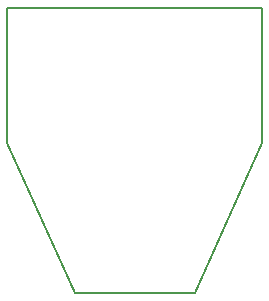
<source format=gbr>
G04 #@! TF.GenerationSoftware,KiCad,Pcbnew,5.1.5+dfsg1-2build2*
G04 #@! TF.CreationDate,2021-02-10T08:24:25+02:00*
G04 #@! TF.ProjectId,MOD-BME280_RevB,4d4f442d-424d-4453-9238-305f52657642,rev?*
G04 #@! TF.SameCoordinates,Original*
G04 #@! TF.FileFunction,Profile,NP*
%FSLAX46Y46*%
G04 Gerber Fmt 4.6, Leading zero omitted, Abs format (unit mm)*
G04 Created by KiCad (PCBNEW 5.1.5+dfsg1-2build2) date 2021-02-10 08:24:25*
%MOMM*%
%LPD*%
G04 APERTURE LIST*
%ADD10C,0.150000*%
G04 APERTURE END LIST*
D10*
X94615000Y-78105000D02*
X94615000Y-66675000D01*
X100330000Y-90805000D02*
X94615000Y-78105000D01*
X110490000Y-90805000D02*
X100330000Y-90805000D01*
X116205000Y-78105000D02*
X110490000Y-90805000D01*
X116205000Y-66675000D02*
X116205000Y-78105000D01*
X94615000Y-66675000D02*
X116205000Y-66675000D01*
M02*

</source>
